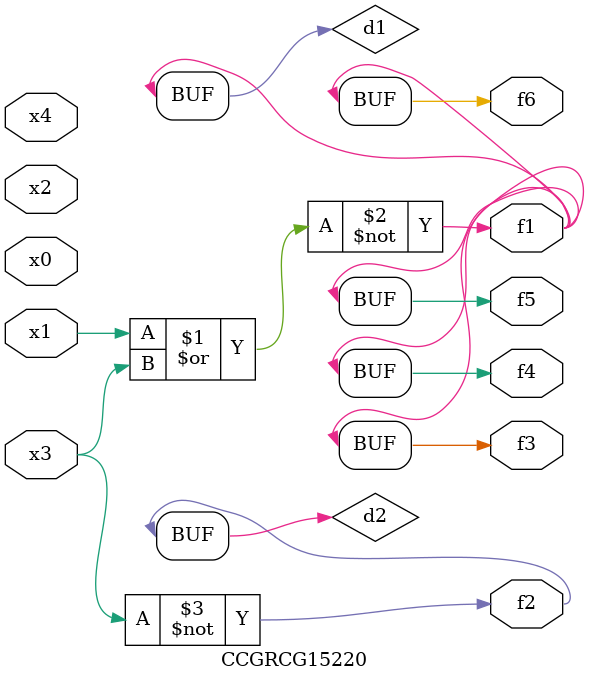
<source format=v>
module CCGRCG15220(
	input x0, x1, x2, x3, x4,
	output f1, f2, f3, f4, f5, f6
);

	wire d1, d2;

	nor (d1, x1, x3);
	not (d2, x3);
	assign f1 = d1;
	assign f2 = d2;
	assign f3 = d1;
	assign f4 = d1;
	assign f5 = d1;
	assign f6 = d1;
endmodule

</source>
